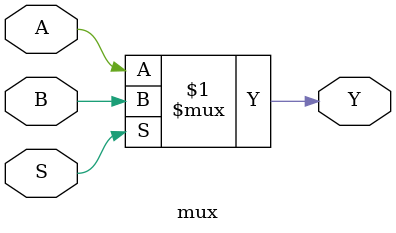
<source format=v>
`timescale 1ns / 1ps

module mux(A,B,S,Y);

    input  A,B;
    output  Y;
    input S;
 
assign Y = (S)? B : A;
endmodule
</source>
